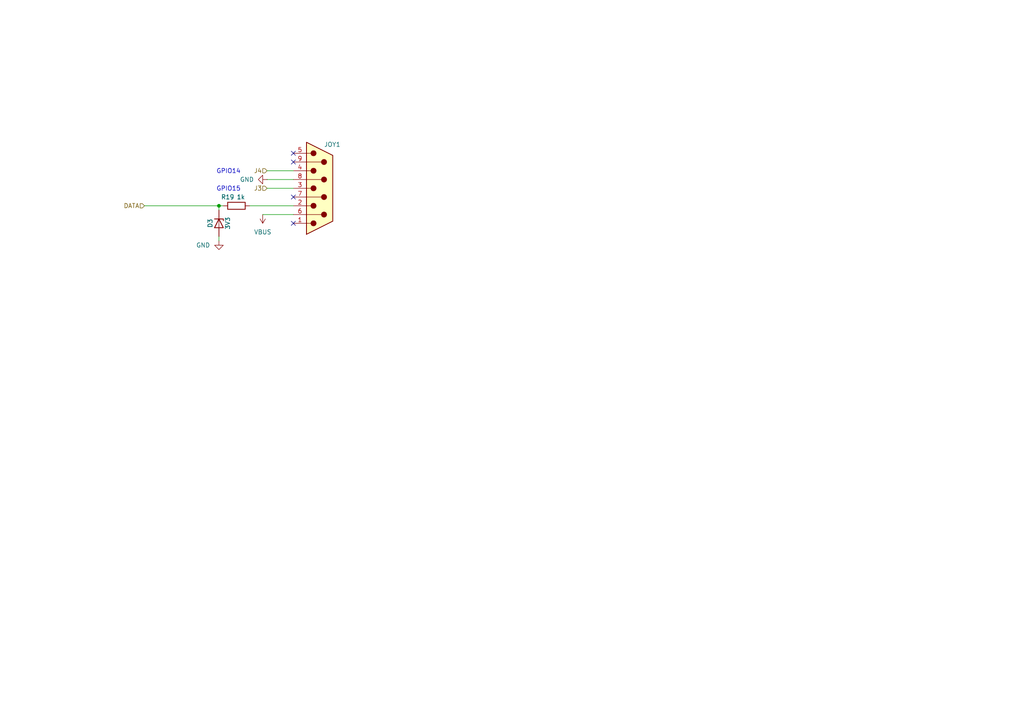
<source format=kicad_sch>
(kicad_sch (version 20231120) (generator "eeschema") (generator_version "8.0")
  (paper "A4")
  (title_block (title "FRANK") (date "2024-12-15") (rev "2.0") (company "Mikhail Matveev") (comment 1 "https://github.com/xtremespb/frank2"))
  (lib_symbols
    (symbol "Connector:DB9_Male" (pin_names (offset 1.016) hide)
      (property "Reference" "J" (at 0 13.97 0))
      (property "Value" "DB9_Male" (at 0 -14.605 0))
      (symbol "DB9_Male_0_1"
        (circle (center -1.778 -10.16) (radius 0.762) (fill (type outline)))
        (circle (center -1.778 -5.08) (radius 0.762) (fill (type outline)))
        (circle (center -1.778 0) (radius 0.762) (fill (type outline)))
        (circle (center -1.778 5.08) (radius 0.762) (fill (type outline)))
        (circle (center -1.778 10.16) (radius 0.762) (fill (type outline)))
        (polyline (pts (xy -3.81 -10.16) (xy -2.54 -10.16)))
        (polyline (pts (xy -3.81 -7.62) (xy 0.508 -7.62)))
        (polyline (pts (xy -3.81 -5.08) (xy -2.54 -5.08)))
        (polyline (pts (xy -3.81 -2.54) (xy 0.508 -2.54)))
        (polyline (pts (xy -3.81 0) (xy -2.54 0)))
        (polyline (pts (xy -3.81 2.54) (xy 0.508 2.54)))
        (polyline (pts (xy -3.81 5.08) (xy -2.54 5.08)))
        (polyline (pts (xy -3.81 7.62) (xy 0.508 7.62)))
        (polyline (pts (xy -3.81 10.16) (xy -2.54 10.16)))
        (polyline (pts (xy -3.81 -13.335) (xy -3.81 13.335) (xy 3.81 9.525) (xy 3.81 -9.525) (xy -3.81 -13.335)) (stroke (width 0.254)) (fill (type background)))
        (circle (center 1.27 -7.62) (radius 0.762) (fill (type outline)))
        (circle (center 1.27 -2.54) (radius 0.762) (fill (type outline)))
        (circle (center 1.27 2.54) (radius 0.762) (fill (type outline)))
        (circle (center 1.27 7.62) (radius 0.762) (fill (type outline)))
      )
      (symbol "DB9_Male_1_1"
        (pin passive line (at -7.62 -10.16 0) (length 3.81) (name "1") (number "1"))
        (pin passive line (at -7.62 -5.08 0) (length 3.81) (name "2") (number "2"))
        (pin passive line (at -7.62 0 0) (length 3.81) (name "3") (number "3"))
        (pin passive line (at -7.62 5.08 0) (length 3.81) (name "4") (number "4"))
        (pin passive line (at -7.62 10.16 0) (length 3.81) (name "5") (number "5"))
        (pin passive line (at -7.62 -7.62 0) (length 3.81) (name "6") (number "6"))
        (pin passive line (at -7.62 -2.54 0) (length 3.81) (name "7") (number "7"))
        (pin passive line (at -7.62 2.54 0) (length 3.81) (name "8") (number "8"))
        (pin passive line (at -7.62 7.62 0) (length 3.81) (name "9") (number "9"))
      )
    )
    (symbol "Device:D_Zener" (pin_numbers hide) (pin_names (offset 1.016) hide)
      (property "Reference" "D" (at 0 2.54 0))
      (property "Value" "D_Zener" (at 0 -2.54 0))
      (symbol "D_Zener_0_1"
        (polyline (pts (xy 1.27 0) (xy -1.27 0)))
        (polyline (pts (xy -1.27 -1.27) (xy -1.27 1.27) (xy -0.762 1.27)) (stroke (width 0.254)))
        (polyline (pts (xy 1.27 -1.27) (xy 1.27 1.27) (xy -1.27 0) (xy 1.27 -1.27)) (stroke (width 0.254)))
      )
      (symbol "D_Zener_1_1"
        (pin passive line (at -3.81 0 0) (length 2.54) (name "K") (number "1"))
        (pin passive line (at 3.81 0 180) (length 2.54) (name "A") (number "2"))
      )
    )
    (symbol "Device:R" (pin_numbers hide) (pin_names (offset 0))
      (property "Reference" "R" (at 2.032 0 90))
      (property "Value" "R" (at 0 0 90))
      (symbol "R_0_1"
        (rectangle (start -1.016 -2.54) (end 1.016 2.54) (stroke (width 0.254)))
      )
      (symbol "R_1_1"
        (pin passive line (at 0 3.81 270) (length 1.27) (name "~") (number "1"))
        (pin passive line (at 0 -3.81 90) (length 1.27) (name "~") (number "2"))
      )
    )
    (symbol "GND_1" (power) (pin_numbers hide) (pin_names (offset 0) hide)
      (property "Value" "GND" (at 0 -3.81 0))
      (symbol "GND_1_0_1"
        (polyline (pts (xy 0 0) (xy 0 -1.27) (xy 1.27 -1.27) (xy 0 -2.54) (xy -1.27 -1.27) (xy 0 -1.27)))
      )
      (symbol "GND_1_1_1"
        (pin power_in line (at 0 0 270) (length 0) (name "~") (number "1"))
      )
    )
    (symbol "power:GND" (power) (pin_names (offset 0))
      (property "Value" "GND" (at 0 -3.81 0))
      (symbol "GND_0_1"
        (polyline (pts (xy 0 0) (xy 0 -1.27) (xy 1.27 -1.27) (xy 0 -2.54) (xy -1.27 -1.27) (xy 0 -1.27)))
      )
      (symbol "GND_1_1"
        (pin power_in line (at 0 0 270) (length 0) hide (name "GND") (number "1"))
      )
    )
    (symbol "power:VBUS" (power) (pin_numbers hide) (pin_names (offset 0) hide)
      (property "Value" "VBUS" (at 0 3.556 0))
      (symbol "VBUS_0_1"
        (polyline (pts (xy -0.762 1.27) (xy 0 2.54)))
        (polyline (pts (xy 0 0) (xy 0 2.54)))
        (polyline (pts (xy 0 2.54) (xy 0.762 1.27)))
      )
      (symbol "VBUS_1_1"
        (pin power_in line (at 0 0 90) (length 0) (name "~") (number "1"))
      )
    )
  )
  (junction (at 63.5 59.69))
  (no_connect (at 85.09 46.99))
  (no_connect (at 85.09 44.45))
  (no_connect (at 85.09 57.15))
  (no_connect (at 85.09 64.77))
  (wire (pts (xy 77.47 54.61) (xy 85.09 54.61)))
  (wire (pts (xy 77.47 49.53) (xy 85.09 49.53)))
  (wire (pts (xy 76.2 62.23) (xy 85.09 62.23)))
  (wire (pts (xy 63.5 59.69) (xy 63.5 60.96)))
  (wire (pts (xy 41.91 59.69) (xy 63.5 59.69)))
  (wire (pts (xy 64.77 59.69) (xy 63.5 59.69)))
  (wire (pts (xy 63.5 68.58) (xy 63.5 69.85)))
  (wire (pts (xy 77.47 52.07) (xy 85.09 52.07)))
  (wire (pts (xy 72.39 59.69) (xy 85.09 59.69)))
  (text "GPIO14" (at 66.294 49.784 0) (effects (font (size 1.27 1.27))))
  (text "GPIO15" (at 66.294 54.864 0) (effects (font (size 1.27 1.27))))
  (hierarchical_label "J4" (shape input) (at 77.47 49.53 180))
  (hierarchical_label "J3" (shape input) (at 77.47 54.61 180))
  (hierarchical_label "DATA" (shape input) (at 41.91 59.69 180))
  (symbol (lib_id "power:GND") (at 63.5 69.85 0) (unit 1)
    (property "Reference" "#PWR044" (effects (hide yes)))
    (property "Value" "GND" (at 60.96 71.12 0) (effects (justify right)))
    (instances (project "" (path "" (reference "#PWR044") (unit 1)) (path "" (reference "#PWR047") (unit 1))))
  )
  (symbol (lib_id "Device:D_Zener") (at 63.5 64.77 270) (unit 1)
    (property "Reference" "D3" (at 60.96 64.77 0))
    (property "Value" "3V3" (at 66.04 64.77 0))
    (property "Footprint" "LIBS:Medved_D_0805" (effects (hide yes)))
    (instances (project "" (path "" (reference "D3") (unit 1)) (path "" (reference "D4") (unit 1))))
  )
  (symbol (lib_id "power:VBUS") (at 76.2 62.23 180) (unit 1)
    (property "Reference" "#PWR045" (effects (hide yes)))
    (property "Value" "VBUS" (at 76.2 67.31 0))
    (property "Description" "Power symbol creates a global label with name \"VBUS\"" (effects (hide yes)))
    (instances (project "" (path "" (reference "#PWR045") (unit 1)) (path "" (reference "#PWR048") (unit 1))))
  )
  (symbol (lib_id "Connector:DB9_Male") (at 92.71 54.61 0) (unit 1)
    (property "Reference" "JOY1" (at 93.98 41.91 0) (effects (justify left)))
    (property "Value" "Joystick" (effects (hide yes)))
    (property "Footprint" "LIBS:DSUB-9" (effects (hide yes)))
    (instances (project "" (path "" (reference "JOY1") (unit 1)) (path "" (reference "JOY2") (unit 1))))
  )
  (symbol (lib_name "GND_1") (lib_id "power:GND") (at 77.47 52.07 270) (unit 1)
    (property "Reference" "#PWR046" (effects (hide yes)))
    (property "Value" "GND" (at 73.66 52.0699 90) (effects (justify right)))
    (property "Description" "Power symbol creates a global label with name \"GND\" , ground" (effects (hide yes)))
    (instances (project "" (path "" (reference "#PWR046") (unit 1)) (path "" (reference "#PWR049") (unit 1))))
  )
  (symbol (lib_id "Device:R") (at 68.58 59.69 90) (unit 1)
    (property "Reference" "R19" (at 66.04 57.15 90))
    (property "Value" "1k" (at 69.85 57.15 90))
    (property "Footprint" "LIBS:Medved_R_0805" (effects (hide yes)))
    (instances (project "" (path "" (reference "R19") (unit 1)) (path "" (reference "R20") (unit 1))))
  )
)
</source>
